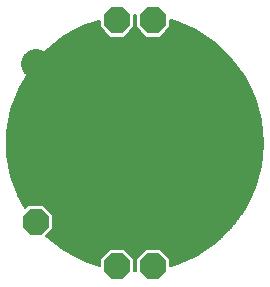
<source format=gbl>
G75*
%MOIN*%
%OFA0B0*%
%FSLAX25Y25*%
%IPPOS*%
%LPD*%
%AMOC8*
5,1,8,0,0,1.08239X$1,22.5*
%
%ADD10C,0.70000*%
%ADD11OC8,0.08600*%
%ADD12C,0.00600*%
%ADD13C,0.10000*%
D10*
X0046500Y0047550D03*
D11*
X0013375Y0021300D03*
X0040500Y0006550D03*
X0052500Y0006550D03*
X0013375Y0073800D03*
X0040500Y0088550D03*
X0052500Y0088550D03*
D12*
X0016979Y0016701D02*
X0016992Y0016687D01*
X0022977Y0011914D01*
X0029718Y0008286D01*
X0034700Y0006667D01*
X0034700Y0008952D01*
X0038098Y0012350D01*
X0042902Y0012350D01*
X0046300Y0008952D01*
X0046300Y0004970D01*
X0046700Y0004988D01*
X0046700Y0008952D01*
X0050098Y0012350D01*
X0054902Y0012350D01*
X0058300Y0008952D01*
X0058300Y0006621D01*
X0059695Y0006940D01*
X0066734Y0009949D01*
X0073123Y0014166D01*
X0078656Y0019456D01*
X0078656Y0019456D01*
X0083156Y0025649D01*
X0086477Y0032546D01*
X0088514Y0039926D01*
X0089200Y0047550D01*
X0088514Y0055174D01*
X0086477Y0062554D01*
X0083156Y0069451D01*
X0078656Y0075644D01*
X0073123Y0080934D01*
X0066734Y0085151D01*
X0059695Y0088160D01*
X0058300Y0088479D01*
X0058300Y0086148D01*
X0054902Y0082750D01*
X0050098Y0082750D01*
X0046700Y0086148D01*
X0046700Y0090112D01*
X0046300Y0090130D01*
X0046300Y0086148D01*
X0042902Y0082750D01*
X0038098Y0082750D01*
X0034700Y0086148D01*
X0034700Y0088433D01*
X0029718Y0086814D01*
X0022977Y0083186D01*
X0016992Y0078413D01*
X0011955Y0072648D01*
X0008029Y0066077D01*
X0005339Y0058910D01*
X0003972Y0051378D01*
X0003972Y0043722D01*
X0005339Y0036190D01*
X0008029Y0029023D01*
X0009849Y0025976D01*
X0010973Y0027100D01*
X0015777Y0027100D01*
X0019175Y0023702D01*
X0019175Y0018898D01*
X0016979Y0016701D01*
X0017192Y0016914D02*
X0075998Y0016914D01*
X0076624Y0017513D02*
X0017790Y0017513D01*
X0018389Y0018111D02*
X0077250Y0018111D01*
X0077876Y0018710D02*
X0018987Y0018710D01*
X0019175Y0019308D02*
X0078502Y0019308D01*
X0078984Y0019907D02*
X0019175Y0019907D01*
X0019175Y0020505D02*
X0079419Y0020505D01*
X0079853Y0021104D02*
X0019175Y0021104D01*
X0019175Y0021702D02*
X0080288Y0021702D01*
X0080723Y0022301D02*
X0019175Y0022301D01*
X0019175Y0022899D02*
X0081158Y0022899D01*
X0081593Y0023498D02*
X0019175Y0023498D01*
X0018781Y0024096D02*
X0082028Y0024096D01*
X0082462Y0024695D02*
X0018182Y0024695D01*
X0017584Y0025293D02*
X0082897Y0025293D01*
X0083273Y0025892D02*
X0016985Y0025892D01*
X0016387Y0026490D02*
X0083561Y0026490D01*
X0083849Y0027089D02*
X0015788Y0027089D01*
X0010962Y0027089D02*
X0009184Y0027089D01*
X0008827Y0027687D02*
X0084137Y0027687D01*
X0084426Y0028286D02*
X0008469Y0028286D01*
X0008111Y0028884D02*
X0084714Y0028884D01*
X0085002Y0029483D02*
X0007856Y0029483D01*
X0007631Y0030082D02*
X0085290Y0030082D01*
X0085578Y0030680D02*
X0007407Y0030680D01*
X0007182Y0031279D02*
X0085867Y0031279D01*
X0086155Y0031877D02*
X0006958Y0031877D01*
X0006733Y0032476D02*
X0086443Y0032476D01*
X0086623Y0033074D02*
X0006508Y0033074D01*
X0006284Y0033673D02*
X0086788Y0033673D01*
X0086953Y0034271D02*
X0006059Y0034271D01*
X0005834Y0034870D02*
X0087118Y0034870D01*
X0087284Y0035468D02*
X0005610Y0035468D01*
X0005385Y0036067D02*
X0087449Y0036067D01*
X0087614Y0036665D02*
X0005253Y0036665D01*
X0005144Y0037264D02*
X0087779Y0037264D01*
X0087944Y0037862D02*
X0005035Y0037862D01*
X0004927Y0038461D02*
X0088109Y0038461D01*
X0088275Y0039059D02*
X0004818Y0039059D01*
X0004710Y0039658D02*
X0088440Y0039658D01*
X0088514Y0039926D02*
X0088514Y0039926D01*
X0088544Y0040256D02*
X0004601Y0040256D01*
X0004492Y0040855D02*
X0088597Y0040855D01*
X0088651Y0041453D02*
X0004384Y0041453D01*
X0004275Y0042052D02*
X0088705Y0042052D01*
X0088759Y0042650D02*
X0004166Y0042650D01*
X0004058Y0043249D02*
X0088813Y0043249D01*
X0088867Y0043847D02*
X0003972Y0043847D01*
X0003972Y0044446D02*
X0088921Y0044446D01*
X0088974Y0045044D02*
X0003972Y0045044D01*
X0003972Y0045643D02*
X0089028Y0045643D01*
X0089082Y0046241D02*
X0003972Y0046241D01*
X0003972Y0046840D02*
X0089136Y0046840D01*
X0089190Y0047438D02*
X0003972Y0047438D01*
X0003972Y0048037D02*
X0089156Y0048037D01*
X0089102Y0048635D02*
X0003972Y0048635D01*
X0003972Y0049234D02*
X0089048Y0049234D01*
X0088995Y0049832D02*
X0003972Y0049832D01*
X0003972Y0050431D02*
X0088941Y0050431D01*
X0088887Y0051029D02*
X0003972Y0051029D01*
X0004017Y0051628D02*
X0088833Y0051628D01*
X0088779Y0052226D02*
X0004126Y0052226D01*
X0004235Y0052825D02*
X0088725Y0052825D01*
X0088671Y0053423D02*
X0004343Y0053423D01*
X0004452Y0054022D02*
X0088618Y0054022D01*
X0088564Y0054620D02*
X0004560Y0054620D01*
X0004669Y0055219D02*
X0088501Y0055219D01*
X0088336Y0055818D02*
X0004778Y0055818D01*
X0004886Y0056416D02*
X0088171Y0056416D01*
X0088006Y0057015D02*
X0004995Y0057015D01*
X0005103Y0057613D02*
X0087841Y0057613D01*
X0087676Y0058212D02*
X0005212Y0058212D01*
X0005321Y0058810D02*
X0087510Y0058810D01*
X0087345Y0059409D02*
X0005526Y0059409D01*
X0005751Y0060007D02*
X0087180Y0060007D01*
X0087015Y0060606D02*
X0005975Y0060606D01*
X0006200Y0061204D02*
X0086850Y0061204D01*
X0086684Y0061803D02*
X0006424Y0061803D01*
X0006649Y0062401D02*
X0086519Y0062401D01*
X0086262Y0063000D02*
X0006874Y0063000D01*
X0007098Y0063598D02*
X0085974Y0063598D01*
X0085686Y0064197D02*
X0007323Y0064197D01*
X0007548Y0064795D02*
X0085398Y0064795D01*
X0085110Y0065394D02*
X0007772Y0065394D01*
X0007997Y0065992D02*
X0084821Y0065992D01*
X0084533Y0066591D02*
X0008336Y0066591D01*
X0008693Y0067189D02*
X0084245Y0067189D01*
X0083957Y0067788D02*
X0009051Y0067788D01*
X0009408Y0068386D02*
X0083668Y0068386D01*
X0083380Y0068985D02*
X0009766Y0068985D01*
X0010124Y0069583D02*
X0083059Y0069583D01*
X0082625Y0070182D02*
X0010481Y0070182D01*
X0010839Y0070780D02*
X0082190Y0070780D01*
X0081755Y0071379D02*
X0011196Y0071379D01*
X0011554Y0071977D02*
X0081320Y0071977D01*
X0080885Y0072576D02*
X0011912Y0072576D01*
X0012414Y0073174D02*
X0080450Y0073174D01*
X0080016Y0073773D02*
X0012937Y0073773D01*
X0013460Y0074371D02*
X0079581Y0074371D01*
X0079146Y0074970D02*
X0013983Y0074970D01*
X0014506Y0075568D02*
X0078711Y0075568D01*
X0078109Y0076167D02*
X0015029Y0076167D01*
X0015552Y0076765D02*
X0077483Y0076765D01*
X0076857Y0077364D02*
X0016075Y0077364D01*
X0016598Y0077962D02*
X0076231Y0077962D01*
X0075605Y0078561D02*
X0017177Y0078561D01*
X0017927Y0079159D02*
X0074979Y0079159D01*
X0074353Y0079758D02*
X0018678Y0079758D01*
X0019428Y0080356D02*
X0073727Y0080356D01*
X0073092Y0080955D02*
X0020179Y0080955D01*
X0020929Y0081553D02*
X0072185Y0081553D01*
X0071278Y0082152D02*
X0021680Y0082152D01*
X0022430Y0082751D02*
X0038097Y0082751D01*
X0037499Y0083349D02*
X0023279Y0083349D01*
X0024391Y0083948D02*
X0036900Y0083948D01*
X0036302Y0084546D02*
X0025504Y0084546D01*
X0026616Y0085145D02*
X0035703Y0085145D01*
X0035104Y0085743D02*
X0027728Y0085743D01*
X0028840Y0086342D02*
X0034700Y0086342D01*
X0034700Y0086940D02*
X0030106Y0086940D01*
X0031948Y0087539D02*
X0034700Y0087539D01*
X0034700Y0088137D02*
X0033790Y0088137D01*
X0042903Y0082751D02*
X0050097Y0082751D01*
X0049499Y0083349D02*
X0043501Y0083349D01*
X0044100Y0083948D02*
X0048900Y0083948D01*
X0048302Y0084546D02*
X0044698Y0084546D01*
X0045297Y0085145D02*
X0047703Y0085145D01*
X0047104Y0085743D02*
X0045895Y0085743D01*
X0046300Y0086342D02*
X0046700Y0086342D01*
X0046700Y0086940D02*
X0046300Y0086940D01*
X0046300Y0087539D02*
X0046700Y0087539D01*
X0046700Y0088137D02*
X0046300Y0088137D01*
X0046300Y0088736D02*
X0046700Y0088736D01*
X0046700Y0089334D02*
X0046300Y0089334D01*
X0046300Y0089933D02*
X0046700Y0089933D01*
X0054903Y0082751D02*
X0070371Y0082751D01*
X0069465Y0083349D02*
X0055501Y0083349D01*
X0056100Y0083948D02*
X0068558Y0083948D01*
X0067651Y0084546D02*
X0056698Y0084546D01*
X0057297Y0085145D02*
X0066745Y0085145D01*
X0065350Y0085743D02*
X0057895Y0085743D01*
X0058300Y0086342D02*
X0063950Y0086342D01*
X0062549Y0086940D02*
X0058300Y0086940D01*
X0058300Y0087539D02*
X0061149Y0087539D01*
X0059749Y0088137D02*
X0058300Y0088137D01*
X0010363Y0026490D02*
X0009542Y0026490D01*
X0017457Y0016316D02*
X0075372Y0016316D01*
X0074746Y0015717D02*
X0018207Y0015717D01*
X0018958Y0015119D02*
X0074120Y0015119D01*
X0073494Y0014520D02*
X0019708Y0014520D01*
X0020459Y0013922D02*
X0072753Y0013922D01*
X0071847Y0013323D02*
X0021209Y0013323D01*
X0021960Y0012725D02*
X0070940Y0012725D01*
X0070033Y0012126D02*
X0055126Y0012126D01*
X0055725Y0011528D02*
X0069126Y0011528D01*
X0068220Y0010929D02*
X0056323Y0010929D01*
X0056922Y0010331D02*
X0067313Y0010331D01*
X0066228Y0009732D02*
X0057520Y0009732D01*
X0058119Y0009134D02*
X0064828Y0009134D01*
X0063427Y0008535D02*
X0058300Y0008535D01*
X0058300Y0007937D02*
X0062027Y0007937D01*
X0060627Y0007338D02*
X0058300Y0007338D01*
X0058300Y0006740D02*
X0058818Y0006740D01*
X0049874Y0012126D02*
X0043126Y0012126D01*
X0043725Y0011528D02*
X0049275Y0011528D01*
X0048677Y0010929D02*
X0044323Y0010929D01*
X0044922Y0010331D02*
X0048078Y0010331D01*
X0047480Y0009732D02*
X0045520Y0009732D01*
X0046119Y0009134D02*
X0046881Y0009134D01*
X0046700Y0008535D02*
X0046300Y0008535D01*
X0046300Y0007937D02*
X0046700Y0007937D01*
X0046700Y0007338D02*
X0046300Y0007338D01*
X0046300Y0006740D02*
X0046700Y0006740D01*
X0046700Y0006141D02*
X0046300Y0006141D01*
X0046300Y0005543D02*
X0046700Y0005543D01*
X0037874Y0012126D02*
X0022710Y0012126D01*
X0023694Y0011528D02*
X0037275Y0011528D01*
X0036677Y0010929D02*
X0024806Y0010929D01*
X0025919Y0010331D02*
X0036078Y0010331D01*
X0035480Y0009732D02*
X0027031Y0009732D01*
X0028143Y0009134D02*
X0034881Y0009134D01*
X0034700Y0008535D02*
X0029255Y0008535D01*
X0030794Y0007937D02*
X0034700Y0007937D01*
X0034700Y0007338D02*
X0032636Y0007338D01*
X0034478Y0006740D02*
X0034700Y0006740D01*
D13*
X0046500Y0047550D02*
X0013375Y0073800D01*
M02*

</source>
